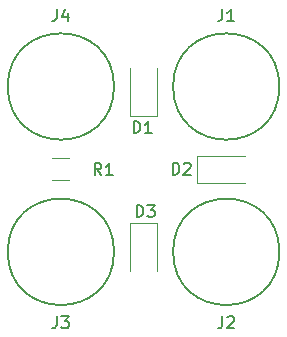
<source format=gbr>
G04 #@! TF.GenerationSoftware,KiCad,Pcbnew,6.0.2+dfsg-1*
G04 #@! TF.CreationDate,2022-10-24T19:59:28+02:00*
G04 #@! TF.ProjectId,triple_diode_or_tile,74726970-6c65-45f6-9469-6f64655f6f72,rev?*
G04 #@! TF.SameCoordinates,Original*
G04 #@! TF.FileFunction,Legend,Top*
G04 #@! TF.FilePolarity,Positive*
%FSLAX46Y46*%
G04 Gerber Fmt 4.6, Leading zero omitted, Abs format (unit mm)*
G04 Created by KiCad (PCBNEW 6.0.2+dfsg-1) date 2022-10-24 19:59:28*
%MOMM*%
%LPD*%
G01*
G04 APERTURE LIST*
%ADD10C,0.150000*%
%ADD11C,0.120000*%
G04 APERTURE END LIST*
D10*
X144666666Y-68452380D02*
X144666666Y-69166666D01*
X144619047Y-69309523D01*
X144523809Y-69404761D01*
X144380952Y-69452380D01*
X144285714Y-69452380D01*
X145571428Y-68785714D02*
X145571428Y-69452380D01*
X145333333Y-68404761D02*
X145095238Y-69119047D01*
X145714285Y-69119047D01*
X144666666Y-94452380D02*
X144666666Y-95166666D01*
X144619047Y-95309523D01*
X144523809Y-95404761D01*
X144380952Y-95452380D01*
X144285714Y-95452380D01*
X145047619Y-94452380D02*
X145666666Y-94452380D01*
X145333333Y-94833333D01*
X145476190Y-94833333D01*
X145571428Y-94880952D01*
X145619047Y-94928571D01*
X145666666Y-95023809D01*
X145666666Y-95261904D01*
X145619047Y-95357142D01*
X145571428Y-95404761D01*
X145476190Y-95452380D01*
X145190476Y-95452380D01*
X145095238Y-95404761D01*
X145047619Y-95357142D01*
X158666666Y-94452380D02*
X158666666Y-95166666D01*
X158619047Y-95309523D01*
X158523809Y-95404761D01*
X158380952Y-95452380D01*
X158285714Y-95452380D01*
X159095238Y-94547619D02*
X159142857Y-94500000D01*
X159238095Y-94452380D01*
X159476190Y-94452380D01*
X159571428Y-94500000D01*
X159619047Y-94547619D01*
X159666666Y-94642857D01*
X159666666Y-94738095D01*
X159619047Y-94880952D01*
X159047619Y-95452380D01*
X159666666Y-95452380D01*
X158666666Y-68452380D02*
X158666666Y-69166666D01*
X158619047Y-69309523D01*
X158523809Y-69404761D01*
X158380952Y-69452380D01*
X158285714Y-69452380D01*
X159666666Y-69452380D02*
X159095238Y-69452380D01*
X159380952Y-69452380D02*
X159380952Y-68452380D01*
X159285714Y-68595238D01*
X159190476Y-68690476D01*
X159095238Y-68738095D01*
X148423333Y-82494380D02*
X148090000Y-82018190D01*
X147851904Y-82494380D02*
X147851904Y-81494380D01*
X148232857Y-81494380D01*
X148328095Y-81542000D01*
X148375714Y-81589619D01*
X148423333Y-81684857D01*
X148423333Y-81827714D01*
X148375714Y-81922952D01*
X148328095Y-81970571D01*
X148232857Y-82018190D01*
X147851904Y-82018190D01*
X149375714Y-82494380D02*
X148804285Y-82494380D01*
X149090000Y-82494380D02*
X149090000Y-81494380D01*
X148994761Y-81637238D01*
X148899523Y-81732476D01*
X148804285Y-81780095D01*
X151153904Y-78938380D02*
X151153904Y-77938380D01*
X151392000Y-77938380D01*
X151534857Y-77986000D01*
X151630095Y-78081238D01*
X151677714Y-78176476D01*
X151725333Y-78366952D01*
X151725333Y-78509809D01*
X151677714Y-78700285D01*
X151630095Y-78795523D01*
X151534857Y-78890761D01*
X151392000Y-78938380D01*
X151153904Y-78938380D01*
X152677714Y-78938380D02*
X152106285Y-78938380D01*
X152392000Y-78938380D02*
X152392000Y-77938380D01*
X152296761Y-78081238D01*
X152201523Y-78176476D01*
X152106285Y-78224095D01*
X154455904Y-82452380D02*
X154455904Y-81452380D01*
X154694000Y-81452380D01*
X154836857Y-81500000D01*
X154932095Y-81595238D01*
X154979714Y-81690476D01*
X155027333Y-81880952D01*
X155027333Y-82023809D01*
X154979714Y-82214285D01*
X154932095Y-82309523D01*
X154836857Y-82404761D01*
X154694000Y-82452380D01*
X154455904Y-82452380D01*
X155408285Y-81547619D02*
X155455904Y-81500000D01*
X155551142Y-81452380D01*
X155789238Y-81452380D01*
X155884476Y-81500000D01*
X155932095Y-81547619D01*
X155979714Y-81642857D01*
X155979714Y-81738095D01*
X155932095Y-81880952D01*
X155360666Y-82452380D01*
X155979714Y-82452380D01*
X151407904Y-86050380D02*
X151407904Y-85050380D01*
X151646000Y-85050380D01*
X151788857Y-85098000D01*
X151884095Y-85193238D01*
X151931714Y-85288476D01*
X151979333Y-85478952D01*
X151979333Y-85621809D01*
X151931714Y-85812285D01*
X151884095Y-85907523D01*
X151788857Y-86002761D01*
X151646000Y-86050380D01*
X151407904Y-86050380D01*
X152312666Y-85050380D02*
X152931714Y-85050380D01*
X152598380Y-85431333D01*
X152741238Y-85431333D01*
X152836476Y-85478952D01*
X152884095Y-85526571D01*
X152931714Y-85621809D01*
X152931714Y-85859904D01*
X152884095Y-85955142D01*
X152836476Y-86002761D01*
X152741238Y-86050380D01*
X152455523Y-86050380D01*
X152360285Y-86002761D01*
X152312666Y-85955142D01*
X149500000Y-75000000D02*
G75*
G03*
X149500000Y-75000000I-4500000J0D01*
G01*
X149500000Y-89000000D02*
G75*
G03*
X149500000Y-89000000I-4500000J0D01*
G01*
X163500000Y-89000000D02*
G75*
G03*
X163500000Y-89000000I-4500000J0D01*
G01*
X163500000Y-75000000D02*
G75*
G03*
X163500000Y-75000000I-4500000J0D01*
G01*
D11*
X145727064Y-81090000D02*
X144272936Y-81090000D01*
X145727064Y-82910000D02*
X144272936Y-82910000D01*
X153135000Y-77460000D02*
X153135000Y-73400000D01*
X150865000Y-73400000D02*
X150865000Y-77460000D01*
X150865000Y-77460000D02*
X153135000Y-77460000D01*
X156540000Y-83135000D02*
X160600000Y-83135000D01*
X156540000Y-80865000D02*
X156540000Y-83135000D01*
X160600000Y-80865000D02*
X156540000Y-80865000D01*
X153135000Y-90600000D02*
X153135000Y-86540000D01*
X150865000Y-86540000D02*
X150865000Y-90600000D01*
X153135000Y-86540000D02*
X150865000Y-86540000D01*
M02*

</source>
